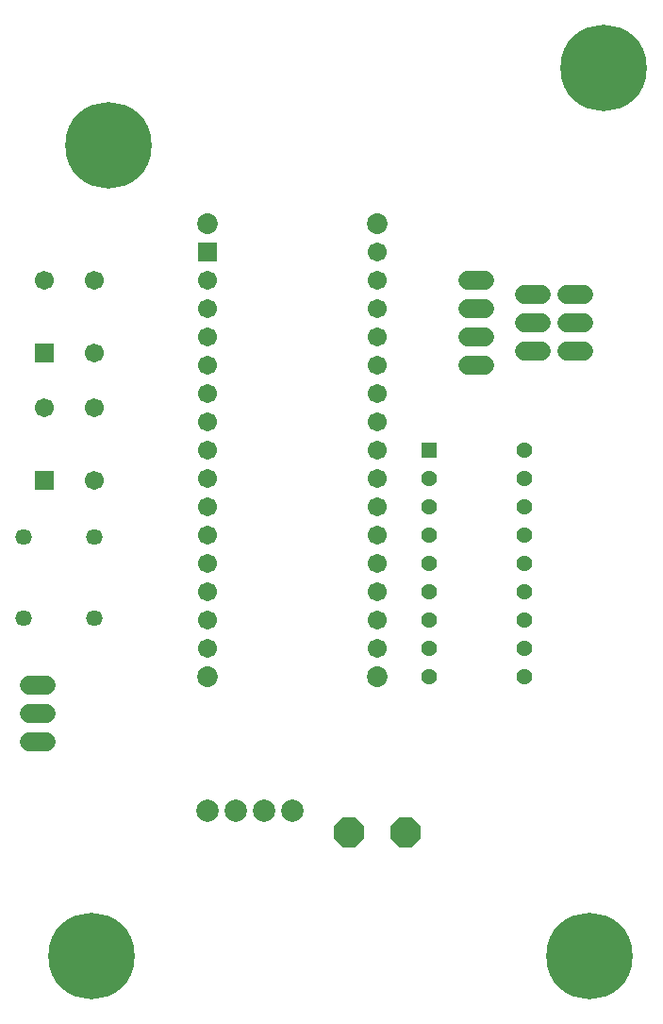
<source format=gbr>
G04 EAGLE Gerber RS-274X export*
G75*
%MOMM*%
%FSLAX34Y34*%
%LPD*%
%INSoldermask Bottom*%
%IPPOS*%
%AMOC8*
5,1,8,0,0,1.08239X$1,22.5*%
G01*
G04 Define Apertures*
%ADD10C,1.727200*%
%ADD11P,2.96921X8X22.5*%
%ADD12C,1.463200*%
%ADD13R,1.701800X1.701800*%
%ADD14C,1.701800*%
%ADD15C,2.003200*%
%ADD16R,1.431200X1.431200*%
%ADD17C,1.431200*%
%ADD18R,1.711200X1.711200*%
%ADD19C,1.711200*%
%ADD20C,1.854200*%
%ADD21C,2.903200*%
%ADD22C,7.753200*%
D10*
X970280Y749300D02*
X985520Y749300D01*
X985520Y723900D02*
X970280Y723900D01*
X970280Y698500D02*
X985520Y698500D01*
X985520Y673100D02*
X970280Y673100D01*
D11*
X863600Y254000D03*
X914400Y254000D03*
D12*
X571500Y446400D03*
X571500Y518800D03*
X635000Y446400D03*
X635000Y518800D03*
D13*
X590042Y684276D03*
D14*
X635000Y684276D03*
X635000Y749300D03*
X590042Y749300D03*
D13*
X590042Y569976D03*
D14*
X635000Y569976D03*
X635000Y635000D03*
X590042Y635000D03*
D15*
X736600Y273160D03*
X812800Y273160D03*
X787400Y273160D03*
X762000Y273160D03*
D16*
X935400Y596900D03*
D17*
X935400Y571500D03*
X935400Y546100D03*
X935400Y520700D03*
X935400Y495300D03*
X935400Y469900D03*
X935400Y444500D03*
X935400Y419100D03*
X935400Y393700D03*
X1020400Y393700D03*
X1020400Y419100D03*
X1020400Y444500D03*
X1020400Y469900D03*
X1020400Y495300D03*
X1020400Y520700D03*
X1020400Y546100D03*
X1020400Y571500D03*
X1020400Y596900D03*
D18*
X736600Y774700D03*
D19*
X736600Y749300D03*
X736600Y723900D03*
X736600Y698500D03*
X736600Y673100D03*
X736600Y647700D03*
X736600Y622300D03*
X736600Y596900D03*
X736600Y571500D03*
X736600Y546100D03*
X736600Y520700D03*
X736600Y495300D03*
X736600Y469900D03*
X736600Y444500D03*
X736600Y419100D03*
X889000Y419100D03*
X889000Y444500D03*
X889000Y469900D03*
X889000Y495300D03*
X889000Y520700D03*
X889000Y546100D03*
X889000Y571500D03*
X889000Y596900D03*
X889000Y622300D03*
X889000Y647700D03*
X889000Y673100D03*
X889000Y698500D03*
X889000Y723900D03*
X889000Y749300D03*
X889000Y774700D03*
D20*
X736600Y393700D03*
X889000Y393700D03*
X736600Y800100D03*
X889000Y800100D03*
D10*
X1021080Y736600D02*
X1036320Y736600D01*
X1036320Y711200D02*
X1021080Y711200D01*
X1021080Y685800D02*
X1036320Y685800D01*
X1059180Y736600D02*
X1074420Y736600D01*
X1074420Y711200D02*
X1059180Y711200D01*
X1059180Y685800D02*
X1074420Y685800D01*
D21*
X632110Y142590D03*
D22*
X632110Y142590D03*
D21*
X1079500Y142590D03*
D22*
X1079500Y142590D03*
D21*
X1092200Y939800D03*
D22*
X1092200Y939800D03*
D21*
X647700Y870110D03*
D22*
X647700Y870110D03*
D10*
X591620Y386280D02*
X576380Y386280D01*
X576380Y360880D02*
X591620Y360880D01*
X591620Y335480D02*
X576380Y335480D01*
M02*

</source>
